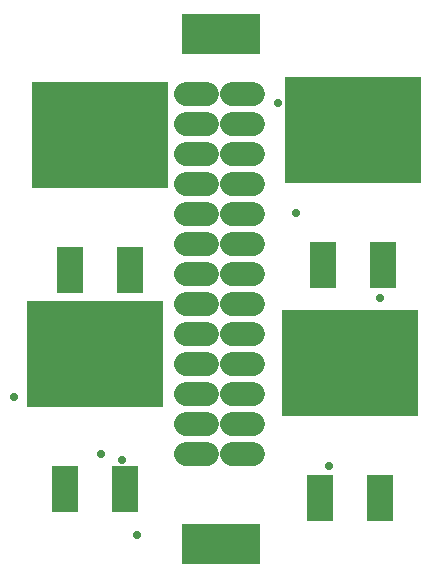
<source format=gbr>
G04 EAGLE Gerber RS-274X export*
G75*
%MOMM*%
%FSLAX34Y34*%
%LPD*%
%INSoldermask Top*%
%IPPOS*%
%AMOC8*
5,1,8,0,0,1.08239X$1,22.5*%
G01*
G04 Define Apertures*
%ADD10R,6.654800X3.454400*%
%ADD11R,2.283200X4.013200*%
%ADD12R,11.633200X9.093200*%
%ADD13C,2.032000*%
%ADD14C,0.705600*%
D10*
X0Y-215900D03*
X0Y215900D03*
D11*
X83820Y-177040D03*
D12*
X109220Y-62740D03*
D11*
X134620Y-177040D03*
X-132080Y-169420D03*
D12*
X-106680Y-55120D03*
D11*
X-81280Y-169420D03*
X86360Y20064D03*
D12*
X111760Y134364D03*
D11*
X137160Y20064D03*
X-128270Y16000D03*
D12*
X-102870Y130300D03*
D11*
X-77470Y16000D03*
D13*
X-30226Y165100D02*
X-11938Y165100D01*
X-11938Y139700D02*
X-30226Y139700D01*
X-30226Y114300D02*
X-11938Y114300D01*
X-11938Y88900D02*
X-30226Y88900D01*
X-30226Y63500D02*
X-11938Y63500D01*
X-11938Y38100D02*
X-30226Y38100D01*
X-30226Y12700D02*
X-11938Y12700D01*
X-11938Y-12700D02*
X-30226Y-12700D01*
X-30226Y-38100D02*
X-11938Y-38100D01*
X-11938Y-63500D02*
X-30226Y-63500D01*
X-30226Y-88900D02*
X-11938Y-88900D01*
X-11938Y-114300D02*
X-30226Y-114300D01*
X-30226Y-139700D02*
X-11938Y-139700D01*
X8636Y164846D02*
X26924Y164846D01*
X26924Y139446D02*
X8636Y139446D01*
X8636Y114046D02*
X26924Y114046D01*
X26924Y88646D02*
X8636Y88646D01*
X8636Y63246D02*
X26924Y63246D01*
X26924Y37846D02*
X8636Y37846D01*
X8636Y12446D02*
X26924Y12446D01*
X26924Y-12954D02*
X8636Y-12954D01*
X8636Y-38354D02*
X26924Y-38354D01*
X26924Y-63754D02*
X8636Y-63754D01*
X8636Y-89154D02*
X26924Y-89154D01*
X26924Y-114554D02*
X8636Y-114554D01*
X8636Y-139954D02*
X26924Y-139954D01*
D14*
X91440Y-149860D03*
X-101600Y-139700D03*
X-71120Y-208280D03*
X48260Y157480D03*
X-175260Y-91440D03*
X63300Y64160D03*
X134620Y-7620D03*
X-83820Y-144780D03*
M02*

</source>
